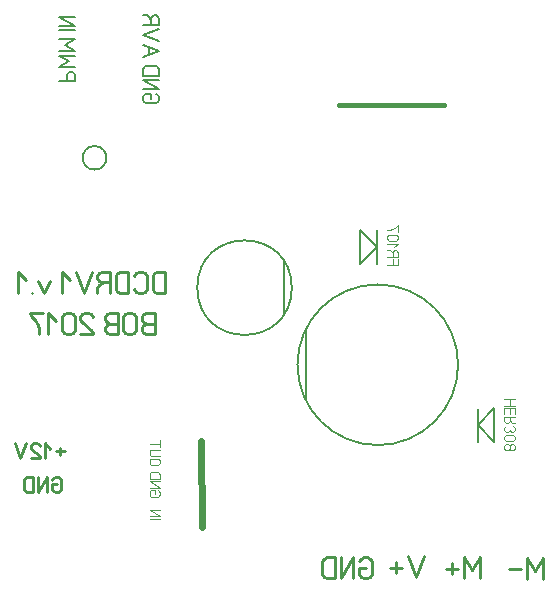
<source format=gbr>
%FSLAX32Y32*%
%MOMM*%
%LNBESTUECKUNG2*%
G71*
G01*
%ADD10C, 0.20*%
%ADD11C, 0.17*%
%ADD12C, 0.11*%
%ADD13C, 0.22*%
%ADD14C, 0.60*%
%ADD15C, 0.40*%
%LPD*%
G54D10*
G75*
G01X809Y3546D02*
G03X809Y3546I0J100D01*
G01*
G54D11*
X509Y4295D02*
X642Y4295D01*
X642Y4345D01*
X634Y4365D01*
X617Y4375D01*
X601Y4375D01*
X584Y4365D01*
X576Y4345D01*
X576Y4295D01*
G54D11*
X642Y4412D02*
X509Y4412D01*
X592Y4462D01*
X509Y4512D01*
X642Y4512D01*
G54D11*
X509Y4549D02*
X642Y4549D01*
X559Y4599D01*
X642Y4649D01*
X509Y4649D01*
G54D11*
X509Y4725D02*
X642Y4725D01*
G54D11*
X509Y4762D02*
X642Y4762D01*
X509Y4842D01*
X642Y4842D01*
G54D11*
X1289Y4148D02*
X1289Y4188D01*
X1247Y4188D01*
X1231Y4178D01*
X1222Y4158D01*
X1222Y4138D01*
X1231Y4118D01*
X1247Y4108D01*
X1331Y4108D01*
X1347Y4118D01*
X1356Y4138D01*
X1356Y4158D01*
X1347Y4178D01*
X1331Y4188D01*
G54D11*
X1222Y4225D02*
X1356Y4225D01*
X1222Y4305D01*
X1356Y4305D01*
G54D11*
X1222Y4342D02*
X1356Y4342D01*
X1356Y4392D01*
X1347Y4412D01*
X1331Y4422D01*
X1247Y4422D01*
X1231Y4412D01*
X1222Y4392D01*
X1222Y4342D01*
G54D11*
X1222Y4498D02*
X1356Y4548D01*
X1222Y4598D01*
G54D11*
X1272Y4518D02*
X1272Y4578D01*
G54D11*
X1356Y4635D02*
X1222Y4685D01*
X1356Y4735D01*
G54D11*
X1289Y4812D02*
X1272Y4842D01*
X1256Y4852D01*
X1222Y4852D01*
G54D11*
X1222Y4772D02*
X1356Y4772D01*
X1356Y4822D01*
X1347Y4842D01*
X1331Y4852D01*
X1314Y4852D01*
X1297Y4842D01*
X1289Y4822D01*
X1289Y4772D01*
G54D12*
X1275Y589D02*
X1364Y589D01*
G54D12*
X1275Y613D02*
X1364Y613D01*
X1275Y667D01*
X1364Y667D01*
G54D12*
X1319Y803D02*
X1319Y830D01*
X1291Y830D01*
X1280Y823D01*
X1275Y810D01*
X1275Y796D01*
X1280Y783D01*
X1291Y776D01*
X1347Y776D01*
X1358Y783D01*
X1364Y796D01*
X1364Y810D01*
X1358Y823D01*
X1347Y830D01*
G54D12*
X1275Y853D02*
X1364Y853D01*
X1275Y907D01*
X1364Y907D01*
G54D12*
X1275Y930D02*
X1364Y930D01*
X1364Y964D01*
X1358Y977D01*
X1347Y984D01*
X1291Y984D01*
X1280Y977D01*
X1275Y964D01*
X1275Y930D01*
G54D12*
X1347Y1099D02*
X1291Y1099D01*
X1280Y1093D01*
X1275Y1079D01*
X1275Y1066D01*
X1280Y1053D01*
X1291Y1046D01*
X1347Y1046D01*
X1358Y1053D01*
X1364Y1066D01*
X1364Y1079D01*
X1358Y1093D01*
X1347Y1099D01*
G54D12*
X1364Y1123D02*
X1291Y1123D01*
X1280Y1130D01*
X1275Y1143D01*
X1275Y1156D01*
X1280Y1170D01*
X1291Y1176D01*
X1364Y1176D01*
G54D12*
X1275Y1227D02*
X1364Y1227D01*
G54D12*
X1364Y1200D02*
X1364Y1253D01*
G54D13*
X555Y1161D02*
X480Y1161D01*
G54D13*
X517Y1192D02*
X517Y1130D01*
G54D13*
X436Y1184D02*
X389Y1231D01*
X389Y1106D01*
G54D13*
X270Y1106D02*
X345Y1106D01*
X345Y1114D01*
X335Y1130D01*
X279Y1176D01*
X270Y1192D01*
X270Y1207D01*
X279Y1223D01*
X298Y1231D01*
X317Y1231D01*
X335Y1223D01*
X345Y1207D01*
G54D13*
X226Y1231D02*
X179Y1106D01*
X132Y1231D01*
G54D10*
X3200Y2747D02*
X3200Y3033D01*
G54D12*
X3288Y2739D02*
X3377Y2739D01*
X3377Y2786D01*
G54D12*
X3333Y2739D02*
X3333Y2786D01*
G54D12*
X3333Y2837D02*
X3322Y2857D01*
X3310Y2863D01*
X3288Y2863D01*
G54D12*
X3288Y2810D02*
X3377Y2810D01*
X3377Y2843D01*
X3372Y2857D01*
X3360Y2863D01*
X3349Y2863D01*
X3338Y2857D01*
X3333Y2843D01*
X3333Y2810D01*
G54D12*
X3344Y2887D02*
X3377Y2920D01*
X3288Y2920D01*
G54D12*
X3360Y2997D02*
X3305Y2997D01*
X3294Y2991D01*
X3288Y2977D01*
X3288Y2964D01*
X3294Y2951D01*
X3305Y2944D01*
X3360Y2944D01*
X3372Y2951D01*
X3377Y2964D01*
X3377Y2977D01*
X3372Y2991D01*
X3360Y2997D01*
G54D12*
X3377Y3021D02*
X3377Y3074D01*
X3366Y3068D01*
X3349Y3054D01*
X3327Y3041D01*
X3310Y3034D01*
X3288Y3034D01*
G54D13*
X4604Y84D02*
X4604Y262D01*
X4537Y151D01*
X4470Y262D01*
X4470Y84D01*
G54D13*
X4422Y162D02*
X4315Y162D01*
G54D13*
X3595Y275D02*
X3529Y97D01*
X3462Y275D01*
G54D13*
X3413Y175D02*
X3307Y175D01*
G54D13*
X3360Y220D02*
X3360Y131D01*
G54D13*
X3104Y175D02*
X3050Y175D01*
X3050Y120D01*
X3064Y97D01*
X3090Y86D01*
X3117Y86D01*
X3144Y97D01*
X3157Y120D01*
X3157Y231D01*
X3144Y253D01*
X3117Y264D01*
X3090Y264D01*
X3064Y253D01*
X3050Y231D01*
G54D13*
X3001Y86D02*
X3001Y264D01*
X2894Y86D01*
X2894Y264D01*
G54D13*
X2845Y86D02*
X2845Y264D01*
X2778Y264D01*
X2752Y253D01*
X2738Y231D01*
X2738Y120D01*
X2752Y97D01*
X2778Y86D01*
X2845Y86D01*
G54D12*
X4368Y1602D02*
X4280Y1602D01*
G54D12*
X4368Y1548D02*
X4280Y1548D01*
G54D12*
X4324Y1602D02*
X4324Y1548D01*
G54D12*
X4368Y1478D02*
X4368Y1525D01*
X4280Y1525D01*
X4280Y1478D01*
G54D12*
X4324Y1525D02*
X4324Y1478D01*
G54D12*
X4324Y1427D02*
X4335Y1407D01*
X4346Y1400D01*
X4368Y1400D01*
G54D12*
X4368Y1454D02*
X4280Y1454D01*
X4280Y1420D01*
X4285Y1407D01*
X4296Y1400D01*
X4307Y1400D01*
X4318Y1407D01*
X4324Y1420D01*
X4324Y1454D01*
G54D12*
X4296Y1377D02*
X4285Y1370D01*
X4280Y1357D01*
X4280Y1343D01*
X4285Y1330D01*
X4296Y1323D01*
X4307Y1323D01*
X4318Y1330D01*
X4324Y1343D01*
X4330Y1330D01*
X4341Y1323D01*
X4352Y1323D01*
X4363Y1330D01*
X4368Y1343D01*
X4368Y1357D01*
X4363Y1370D01*
X4352Y1377D01*
G54D12*
X4296Y1246D02*
X4352Y1246D01*
X4363Y1253D01*
X4368Y1266D01*
X4368Y1280D01*
X4363Y1293D01*
X4352Y1300D01*
X4296Y1300D01*
X4285Y1293D01*
X4280Y1280D01*
X4280Y1266D01*
X4285Y1253D01*
X4296Y1246D01*
G54D12*
X4324Y1189D02*
X4324Y1203D01*
X4318Y1216D01*
X4307Y1223D01*
X4296Y1223D01*
X4285Y1216D01*
X4280Y1203D01*
X4280Y1189D01*
X4285Y1176D01*
X4296Y1169D01*
X4307Y1169D01*
X4318Y1176D01*
X4324Y1189D01*
X4330Y1176D01*
X4341Y1169D01*
X4352Y1169D01*
X4363Y1176D01*
X4368Y1189D01*
X4368Y1203D01*
X4363Y1216D01*
X4352Y1223D01*
X4341Y1223D01*
X4330Y1216D01*
X4324Y1203D01*
G54D13*
X4071Y91D02*
X4071Y269D01*
X4004Y158D01*
X3938Y269D01*
X3938Y91D01*
G54D13*
X3889Y169D02*
X3782Y169D01*
G54D13*
X3836Y214D02*
X3836Y125D01*
G54D14*
X1715Y523D02*
X1714Y1246D01*
G54D10*
G75*
G01X1679Y2547D02*
G03X1679Y2547I400J0D01*
G01*
G54D10*
G75*
G01X3887Y1894D02*
G03X3887Y1894I-680J0D01*
G01*
G54D10*
X3200Y2889D02*
X3058Y3031D01*
X3058Y2746D01*
X3200Y2889D01*
G54D10*
X4052Y1523D02*
X4052Y1238D01*
G54D10*
X4052Y1382D02*
X4195Y1239D01*
X4195Y1525D01*
X4052Y1382D01*
G54D13*
X1317Y2153D02*
X1317Y2331D01*
X1250Y2331D01*
X1223Y2320D01*
X1210Y2298D01*
X1210Y2276D01*
X1223Y2253D01*
X1250Y2242D01*
X1223Y2231D01*
X1210Y2209D01*
X1210Y2187D01*
X1223Y2165D01*
X1250Y2153D01*
X1317Y2153D01*
G54D13*
X1317Y2242D02*
X1250Y2242D01*
G54D13*
X1054Y2298D02*
X1054Y2187D01*
X1067Y2165D01*
X1094Y2153D01*
X1121Y2153D01*
X1147Y2165D01*
X1161Y2187D01*
X1161Y2298D01*
X1147Y2320D01*
X1121Y2331D01*
X1094Y2331D01*
X1067Y2320D01*
X1054Y2298D01*
G54D13*
X1005Y2153D02*
X1005Y2331D01*
X938Y2331D01*
X911Y2320D01*
X898Y2298D01*
X898Y2276D01*
X911Y2253D01*
X938Y2242D01*
X911Y2231D01*
X898Y2209D01*
X898Y2187D01*
X911Y2165D01*
X938Y2153D01*
X1005Y2153D01*
G54D13*
X1005Y2242D02*
X938Y2242D01*
G54D13*
X690Y2153D02*
X797Y2153D01*
X797Y2165D01*
X783Y2187D01*
X703Y2253D01*
X690Y2276D01*
X690Y2298D01*
X703Y2320D01*
X730Y2331D01*
X757Y2331D01*
X783Y2320D01*
X797Y2298D01*
G54D13*
X534Y2298D02*
X534Y2187D01*
X547Y2165D01*
X574Y2153D01*
X601Y2153D01*
X627Y2165D01*
X641Y2187D01*
X641Y2298D01*
X627Y2320D01*
X601Y2331D01*
X574Y2331D01*
X547Y2320D01*
X534Y2298D01*
G54D13*
X485Y2265D02*
X418Y2331D01*
X418Y2153D01*
G54D13*
X369Y2331D02*
X262Y2331D01*
X275Y2309D01*
X302Y2276D01*
X329Y2231D01*
X342Y2198D01*
X342Y2153D01*
G54D13*
X1408Y2503D02*
X1408Y2680D01*
X1341Y2680D01*
X1315Y2669D01*
X1301Y2647D01*
X1301Y2536D01*
X1315Y2514D01*
X1341Y2503D01*
X1408Y2503D01*
G54D13*
X1145Y2536D02*
X1159Y2514D01*
X1185Y2503D01*
X1212Y2503D01*
X1239Y2514D01*
X1252Y2536D01*
X1252Y2647D01*
X1239Y2669D01*
X1212Y2680D01*
X1185Y2680D01*
X1159Y2669D01*
X1145Y2647D01*
G54D13*
X1096Y2503D02*
X1096Y2680D01*
X1029Y2680D01*
X1003Y2669D01*
X989Y2647D01*
X989Y2536D01*
X1003Y2514D01*
X1029Y2503D01*
X1096Y2503D01*
G54D13*
X887Y2592D02*
X847Y2569D01*
X833Y2547D01*
X833Y2503D01*
G54D13*
X940Y2503D02*
X940Y2680D01*
X873Y2680D01*
X847Y2669D01*
X833Y2647D01*
X833Y2625D01*
X847Y2603D01*
X873Y2592D01*
X940Y2592D01*
G54D13*
X784Y2680D02*
X717Y2503D01*
X651Y2680D01*
G54D13*
X602Y2614D02*
X535Y2680D01*
X535Y2503D01*
G54D13*
X434Y2603D02*
X381Y2503D01*
X327Y2603D01*
G54D13*
X278Y2503D02*
X278Y2503D01*
G54D13*
X229Y2614D02*
X162Y2680D01*
X162Y2503D01*
G54D10*
X2413Y2769D02*
X2413Y2333D01*
G54D10*
X2603Y2198D02*
X2603Y1594D01*
G54D13*
X488Y882D02*
X451Y882D01*
X451Y843D01*
X460Y828D01*
X479Y820D01*
X497Y820D01*
X516Y828D01*
X525Y843D01*
X525Y921D01*
X516Y937D01*
X497Y944D01*
X479Y944D01*
X460Y937D01*
X451Y921D01*
G54D13*
X406Y820D02*
X406Y944D01*
X332Y820D01*
X332Y944D01*
G54D13*
X287Y820D02*
X287Y944D01*
X241Y944D01*
X222Y937D01*
X213Y921D01*
X213Y843D01*
X222Y828D01*
X241Y820D01*
X287Y820D01*
G54D15*
X2881Y4095D02*
X3770Y4095D01*
M02*

</source>
